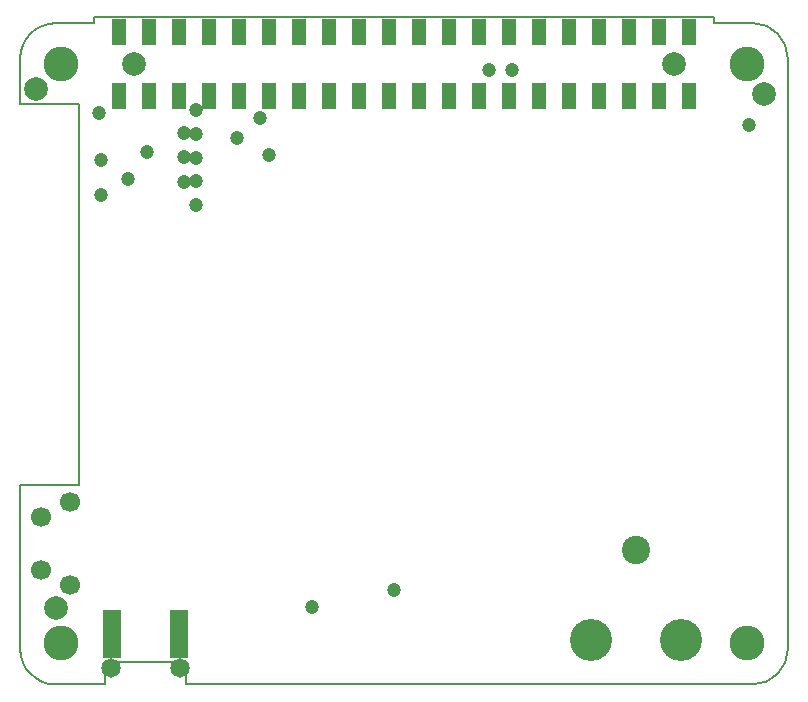
<source format=gbs>
G04 Layer_Color=16711935*
%FSLAX44Y44*%
%MOMM*%
G71*
G01*
G75*
%ADD72C,0.1500*%
%ADD136C,2.0000*%
%ADD174C,3.5600*%
%ADD175C,2.4000*%
%ADD176C,1.2000*%
%ADD177C,2.9500*%
%ADD178C,1.6500*%
%ADD179C,1.7000*%
%ADD181R,1.5500X4.0350*%
%ADD182R,1.2000X2.2500*%
D72*
X620000Y0D02*
G03*
X650000Y30000I0J30000D01*
G01*
X650000Y530000D02*
G03*
X620000Y560000I-30000J0D01*
G01*
X572000Y0D02*
X620000D01*
X498000D02*
X572000D01*
X140250D02*
X498000D01*
X140250D02*
Y19250D01*
X71750D02*
X140250D01*
X71750Y0D02*
Y19250D01*
X30000Y0D02*
X71750D01*
X24148Y576D02*
X30000Y0D01*
X18520Y2284D02*
X24148Y576D01*
X13333Y5056D02*
X18520Y2284D01*
X8787Y8787D02*
X13333Y5056D01*
X5056Y13333D02*
X8787Y8787D01*
X2284Y18520D02*
X5056Y13333D01*
X577Y24147D02*
X2284Y18520D01*
X0Y30000D02*
X577Y24147D01*
X0Y30000D02*
Y168500D01*
X49750D01*
Y491250D01*
X0D02*
X49750D01*
X0D02*
Y530000D01*
X577Y535853D01*
X2284Y541480D01*
X5056Y546667D01*
X8787Y551213D01*
X13333Y554944D01*
X18520Y557716D01*
X24148Y559424D01*
X30000Y560000D01*
X62750Y560000D01*
X62750Y565000D02*
X62750Y560000D01*
X62750Y565000D02*
X587250Y565000D01*
X587250Y560000D01*
X620000Y560000D01*
X650000Y30000D02*
X650000Y530000D01*
D136*
X13500Y504250D02*
D03*
X30000Y65000D02*
D03*
X630000Y500000D02*
D03*
X553600Y525000D02*
D03*
X96400D02*
D03*
D174*
X559600Y37750D02*
D03*
X483400D02*
D03*
D175*
X521500Y113950D02*
D03*
D176*
X68250Y414500D02*
D03*
X210700Y448300D02*
D03*
X617000Y473500D02*
D03*
X316750Y79823D02*
D03*
X67000Y484000D02*
D03*
X68750Y444000D02*
D03*
X107500Y450500D02*
D03*
X91750Y427750D02*
D03*
X246750Y65250D02*
D03*
X138500Y467250D02*
D03*
Y446250D02*
D03*
Y425250D02*
D03*
X183500Y462500D02*
D03*
X203250Y479250D02*
D03*
X148500Y406000D02*
D03*
X148500Y486000D02*
D03*
X148500Y466000D02*
D03*
Y446000D02*
D03*
Y426000D02*
D03*
X416751Y520250D02*
D03*
X396751D02*
D03*
D177*
X35000Y35000D02*
D03*
Y525000D02*
D03*
X615000D02*
D03*
Y35000D02*
D03*
D178*
X76750Y14250D02*
D03*
X135250Y14250D02*
D03*
D179*
X42500Y84000D02*
D03*
X17500Y96500D02*
D03*
Y141500D02*
D03*
X42500Y154000D02*
D03*
D181*
X77750Y42430D02*
D03*
X134250D02*
D03*
D182*
X83700Y497750D02*
D03*
Y552250D02*
D03*
X109100Y497750D02*
D03*
Y552250D02*
D03*
X134500Y497750D02*
D03*
Y552250D02*
D03*
X159900Y497750D02*
D03*
Y552250D02*
D03*
X185300Y497750D02*
D03*
Y552250D02*
D03*
X210700Y497750D02*
D03*
Y552250D02*
D03*
X236100Y497750D02*
D03*
Y552250D02*
D03*
X261500Y497750D02*
D03*
Y552250D02*
D03*
X286900Y497750D02*
D03*
Y552250D02*
D03*
X312300Y497750D02*
D03*
Y552250D02*
D03*
X337700Y497750D02*
D03*
Y552250D02*
D03*
X363100Y497750D02*
D03*
Y552250D02*
D03*
X388500Y497750D02*
D03*
Y552250D02*
D03*
X413900Y497750D02*
D03*
Y552250D02*
D03*
X439300Y497750D02*
D03*
Y552250D02*
D03*
X464700Y497750D02*
D03*
Y552250D02*
D03*
X490100Y497750D02*
D03*
Y552250D02*
D03*
X515500Y497750D02*
D03*
Y552250D02*
D03*
X540900Y497750D02*
D03*
Y552250D02*
D03*
X566300Y497750D02*
D03*
Y552250D02*
D03*
M02*

</source>
